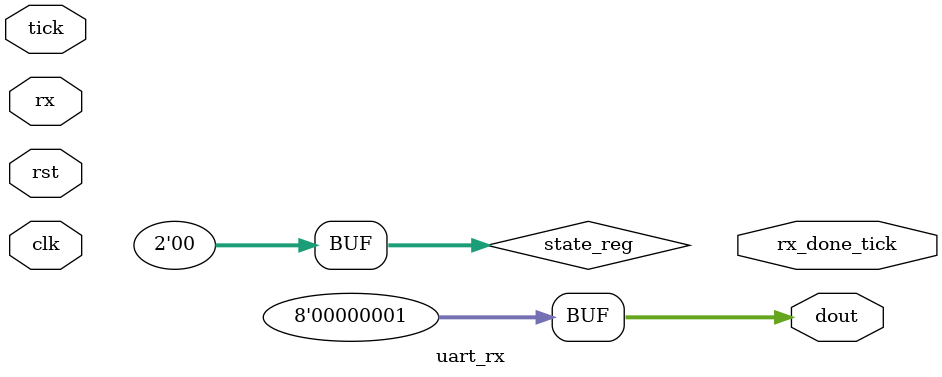
<source format=sv>
module uart_rx
    (
        input logic clk, rst,
        input logic rx,            // serial data
        input logic tick,          // baud rate oversampled tick
        output logic rx_done_tick, // pulse one tick when done
        output logic [7:0] dout    // output data
    );

    /* verilator public_module */

    parameter idle = 2'b00;
    parameter start = 2'b01;
    parameter data = 2'b10;
    parameter stop = 2'b11;

    // typedef enum {idle, start, data, stop} state_t;
    reg[1:0] state_reg = idle;
    reg[1:0] state_next;

    assign dout = 1;
    // TODO
endmodule

</source>
